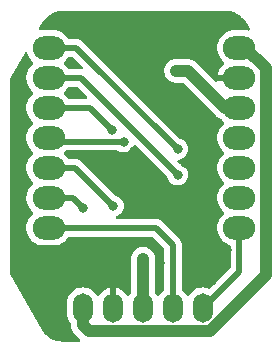
<source format=gbr>
%TF.GenerationSoftware,KiCad,Pcbnew,7.0.9*%
%TF.CreationDate,2024-03-01T11:20:35+09:00*%
%TF.ProjectId,LineIntegratedBoard2,4c696e65-496e-4746-9567-726174656442,rev?*%
%TF.SameCoordinates,Original*%
%TF.FileFunction,Copper,L1,Top*%
%TF.FilePolarity,Positive*%
%FSLAX46Y46*%
G04 Gerber Fmt 4.6, Leading zero omitted, Abs format (unit mm)*
G04 Created by KiCad (PCBNEW 7.0.9) date 2024-03-01 11:20:35*
%MOMM*%
%LPD*%
G01*
G04 APERTURE LIST*
%TA.AperFunction,SMDPad,CuDef*%
%ADD10O,1.700000X2.500000*%
%TD*%
%TA.AperFunction,SMDPad,CuDef*%
%ADD11O,2.748280X1.998980*%
%TD*%
%TA.AperFunction,ViaPad*%
%ADD12C,0.800000*%
%TD*%
%TA.AperFunction,Conductor*%
%ADD13C,1.000000*%
%TD*%
%TA.AperFunction,Conductor*%
%ADD14C,0.500000*%
%TD*%
G04 APERTURE END LIST*
D10*
%TO.P,J4,1,Pin_1*%
%TO.N,+5V*%
X147300000Y-112776000D03*
%TO.P,J4,2,Pin_2*%
%TO.N,GND*%
X149840000Y-112776000D03*
%TO.P,J4,3,Pin_3*%
%TO.N,LED*%
X152380000Y-112776000D03*
%TO.P,J4,4,Pin_4*%
%TO.N,LINE_TX*%
X154920000Y-112776000D03*
%TO.P,J4,5,Pin_5*%
%TO.N,LINE_RX*%
X157460000Y-112776000D03*
%TD*%
D11*
%TO.P,U1,1,PA02_A0_D0*%
%TO.N,D1*%
X144391317Y-90729367D03*
%TO.P,U1,2,PA4_A1_D1*%
%TO.N,D2*%
X144391317Y-93269367D03*
%TO.P,U1,3,PA10_A2_D2*%
%TO.N,D3*%
X144391317Y-95809367D03*
%TO.P,U1,4,PA11_A3_D3*%
%TO.N,D4*%
X144391317Y-98349367D03*
%TO.P,U1,5,PA8_A4_D4_SDA*%
%TO.N,D5*%
X144391317Y-100889367D03*
%TO.P,U1,6,PA9_A5_D5_SCL*%
%TO.N,D6*%
X144391317Y-103429367D03*
%TO.P,U1,7,PB08_A6_D6_TX*%
%TO.N,LINE_TX*%
X144391317Y-105969367D03*
%TO.P,U1,8,PB09_A7_D7_RX*%
%TO.N,LINE_RX*%
X160555877Y-105969367D03*
%TO.P,U1,9,PA7_A8_D8_SCK*%
%TO.N,unconnected-(U1-PA7_A8_D8_SCK-Pad9)*%
X160555877Y-103429367D03*
%TO.P,U1,10,PA5_A9_D9_MISO*%
%TO.N,unconnected-(U1-PA5_A9_D9_MISO-Pad10)*%
X160555877Y-100889367D03*
%TO.P,U1,11,PA6_A10_D10_MOSI*%
%TO.N,unconnected-(U1-PA6_A10_D10_MOSI-Pad11)*%
X160555877Y-98349367D03*
%TO.P,U1,12,3V3*%
%TO.N,+3V3*%
X160555877Y-95809367D03*
%TO.P,U1,13,GND*%
%TO.N,GND*%
X160555877Y-93269367D03*
%TO.P,U1,14,5V*%
%TO.N,+5V*%
X160555877Y-90729367D03*
%TD*%
D12*
%TO.N,GND*%
X151638000Y-99441000D03*
X150749000Y-109093000D03*
X147574000Y-108712000D03*
X146177000Y-94488000D03*
X146177000Y-91948000D03*
X154305000Y-96647000D03*
X155956000Y-100457000D03*
X152400000Y-89535000D03*
X145161000Y-88646000D03*
X159766000Y-88646000D03*
X158242000Y-92456000D03*
X151765000Y-91948000D03*
X152781000Y-94615000D03*
X147828000Y-100203000D03*
X150495000Y-102870000D03*
X156210000Y-108077000D03*
X153797000Y-108966000D03*
X157988000Y-103759000D03*
X154432000Y-104775000D03*
X154432000Y-102616000D03*
X141986000Y-92964000D03*
X141986000Y-104902000D03*
X145161000Y-114681000D03*
X145669000Y-111125000D03*
X159512000Y-107823000D03*
X158242000Y-110490000D03*
%TO.N,+3V3*%
X156210000Y-92710000D03*
X155194000Y-92710000D03*
%TO.N,LED*%
X152400000Y-109601000D03*
X152400000Y-108585000D03*
%TO.N,D6*%
X147320000Y-104267000D03*
%TO.N,D5*%
X149860000Y-104140000D03*
%TO.N,D4*%
X150749000Y-98679000D03*
%TO.N,D3*%
X149733000Y-97663000D03*
%TO.N,D2*%
X155321000Y-101473000D03*
%TO.N,D1*%
X155321000Y-99314000D03*
%TD*%
D13*
%TO.N,+3V3*%
X155194000Y-92710000D02*
X156210000Y-92710000D01*
X156210000Y-92710000D02*
X159309367Y-95809367D01*
X159309367Y-95809367D02*
X160555877Y-95809367D01*
D14*
%TO.N,LINE_RX*%
X160555877Y-105969367D02*
X160555877Y-109700123D01*
X160555877Y-109700123D02*
X157480000Y-112776000D01*
X157480000Y-112776000D02*
X157460000Y-112776000D01*
D13*
%TO.N,+5V*%
X147300000Y-114226000D02*
X147800000Y-114726000D01*
X147800000Y-114726000D02*
X158102031Y-114726000D01*
X147300000Y-112776000D02*
X147300000Y-114226000D01*
X158102031Y-114726000D02*
X162814000Y-110014031D01*
X162814000Y-110014031D02*
X162814000Y-92489972D01*
X162814000Y-92489972D02*
X161053395Y-90729367D01*
X161053395Y-90729367D02*
X160555877Y-90729367D01*
%TO.N,LED*%
X152400000Y-110617000D02*
X152400000Y-112756000D01*
X152400000Y-109601000D02*
X152400000Y-110617000D01*
X152400000Y-108585000D02*
X152400000Y-109601000D01*
X152400000Y-112756000D02*
X152380000Y-112776000D01*
D14*
%TO.N,D6*%
X146482367Y-103429367D02*
X147320000Y-104267000D01*
X144391317Y-103429367D02*
X146482367Y-103429367D01*
%TO.N,D5*%
X146609367Y-100889367D02*
X149860000Y-104140000D01*
X144391317Y-100889367D02*
X146609367Y-100889367D01*
%TO.N,D4*%
X144720950Y-98679000D02*
X150749000Y-98679000D01*
X144391317Y-98349367D02*
X144720950Y-98679000D01*
%TO.N,D3*%
X147879367Y-95809367D02*
X149733000Y-97663000D01*
X144391317Y-95809367D02*
X147879367Y-95809367D01*
%TO.N,D2*%
X147117367Y-93269367D02*
X155321000Y-101473000D01*
X144391317Y-93269367D02*
X147117367Y-93269367D01*
%TO.N,D1*%
X146736367Y-90729367D02*
X155321000Y-99314000D01*
X144391317Y-90729367D02*
X146736367Y-90729367D01*
%TO.N,LINE_TX*%
X144391317Y-105969367D02*
X153467367Y-105969367D01*
X153467367Y-105969367D02*
X154920000Y-107422000D01*
X154920000Y-107422000D02*
X154920000Y-112776000D01*
%TD*%
%TA.AperFunction,Conductor*%
%TO.N,GND*%
G36*
X142547141Y-91129551D02*
G01*
X142587669Y-91186466D01*
X142587770Y-91186759D01*
X142638306Y-91333967D01*
X142638308Y-91333972D01*
X142756621Y-91552595D01*
X142756625Y-91552600D01*
X142909300Y-91748757D01*
X142909309Y-91748767D01*
X143082430Y-91908138D01*
X143118421Y-91968025D01*
X143116320Y-92037863D01*
X143082430Y-92090596D01*
X142909309Y-92249966D01*
X142909300Y-92249976D01*
X142756625Y-92446133D01*
X142756621Y-92446138D01*
X142638308Y-92664761D01*
X142638306Y-92664766D01*
X142557593Y-92899875D01*
X142547214Y-92962075D01*
X142516677Y-93145074D01*
X142516677Y-93393660D01*
X142529925Y-93473050D01*
X142557593Y-93638858D01*
X142638306Y-93873967D01*
X142638308Y-93873972D01*
X142756621Y-94092595D01*
X142756625Y-94092600D01*
X142909300Y-94288757D01*
X142909309Y-94288767D01*
X143082430Y-94448138D01*
X143118421Y-94508025D01*
X143116320Y-94577863D01*
X143082430Y-94630596D01*
X142909309Y-94789966D01*
X142909300Y-94789976D01*
X142756625Y-94986133D01*
X142756621Y-94986138D01*
X142638308Y-95204761D01*
X142638306Y-95204766D01*
X142557593Y-95439875D01*
X142516677Y-95685075D01*
X142516677Y-95933658D01*
X142557593Y-96178858D01*
X142638306Y-96413967D01*
X142638308Y-96413972D01*
X142756621Y-96632595D01*
X142756625Y-96632600D01*
X142909300Y-96828757D01*
X142909304Y-96828761D01*
X142909304Y-96828762D01*
X142909309Y-96828767D01*
X143082430Y-96988138D01*
X143118421Y-97048025D01*
X143116320Y-97117863D01*
X143082430Y-97170596D01*
X142909309Y-97329966D01*
X142909300Y-97329976D01*
X142756625Y-97526133D01*
X142756621Y-97526138D01*
X142638308Y-97744761D01*
X142638306Y-97744766D01*
X142557593Y-97979875D01*
X142516677Y-98225075D01*
X142516677Y-98473658D01*
X142557593Y-98718858D01*
X142638306Y-98953967D01*
X142638308Y-98953972D01*
X142756621Y-99172595D01*
X142756625Y-99172600D01*
X142909300Y-99368757D01*
X142909309Y-99368767D01*
X143082430Y-99528138D01*
X143118421Y-99588025D01*
X143116320Y-99657863D01*
X143082430Y-99710596D01*
X142909309Y-99869966D01*
X142909300Y-99869976D01*
X142756625Y-100066133D01*
X142756621Y-100066138D01*
X142638308Y-100284761D01*
X142638306Y-100284766D01*
X142557593Y-100519875D01*
X142516677Y-100765075D01*
X142516677Y-101013658D01*
X142557593Y-101258858D01*
X142638306Y-101493967D01*
X142638308Y-101493972D01*
X142756621Y-101712595D01*
X142756625Y-101712600D01*
X142909300Y-101908757D01*
X142909309Y-101908767D01*
X143082430Y-102068138D01*
X143118421Y-102128025D01*
X143116320Y-102197863D01*
X143082430Y-102250596D01*
X142909309Y-102409966D01*
X142909300Y-102409976D01*
X142756625Y-102606133D01*
X142756621Y-102606138D01*
X142638308Y-102824761D01*
X142638306Y-102824766D01*
X142557593Y-103059875D01*
X142528971Y-103231402D01*
X142516677Y-103305074D01*
X142516677Y-103553660D01*
X142518872Y-103566811D01*
X142557593Y-103798858D01*
X142638306Y-104033967D01*
X142638308Y-104033972D01*
X142756621Y-104252595D01*
X142756625Y-104252600D01*
X142909300Y-104448757D01*
X142909309Y-104448767D01*
X143082430Y-104608138D01*
X143118421Y-104668025D01*
X143116320Y-104737863D01*
X143082430Y-104790596D01*
X142909309Y-104949966D01*
X142909300Y-104949976D01*
X142756625Y-105146133D01*
X142756621Y-105146138D01*
X142638308Y-105364761D01*
X142638306Y-105364766D01*
X142557593Y-105599875D01*
X142516677Y-105845075D01*
X142516677Y-106093658D01*
X142557593Y-106338858D01*
X142638306Y-106573967D01*
X142638308Y-106573972D01*
X142756621Y-106792595D01*
X142756625Y-106792600D01*
X142909300Y-106988757D01*
X142909309Y-106988767D01*
X143092195Y-107157126D01*
X143092194Y-107157126D01*
X143263742Y-107269203D01*
X143300304Y-107293090D01*
X143527952Y-107392946D01*
X143768931Y-107453970D01*
X143954624Y-107469357D01*
X143954626Y-107469357D01*
X144828008Y-107469357D01*
X144828010Y-107469357D01*
X145013703Y-107453970D01*
X145254682Y-107392946D01*
X145482330Y-107293090D01*
X145690438Y-107157127D01*
X145873328Y-106988764D01*
X146026012Y-106792596D01*
X146026015Y-106792589D01*
X146026018Y-106792586D01*
X146030204Y-106784851D01*
X146079422Y-106735259D01*
X146139259Y-106719867D01*
X153105137Y-106719867D01*
X153172176Y-106739552D01*
X153192818Y-106756186D01*
X154133181Y-107696548D01*
X154166666Y-107757871D01*
X154169500Y-107784229D01*
X154169500Y-111188298D01*
X154149815Y-111255337D01*
X154116625Y-111289872D01*
X154048595Y-111337507D01*
X153881505Y-111504597D01*
X153751575Y-111690158D01*
X153696998Y-111733783D01*
X153627500Y-111740977D01*
X153565145Y-111709454D01*
X153548425Y-111690158D01*
X153422925Y-111510925D01*
X153400598Y-111444719D01*
X153400500Y-111439802D01*
X153400500Y-108534256D01*
X153385074Y-108382560D01*
X153324162Y-108188420D01*
X153324160Y-108188416D01*
X153324159Y-108188412D01*
X153225409Y-108010498D01*
X153225408Y-108010497D01*
X153225407Y-108010495D01*
X153092867Y-107856106D01*
X153092865Y-107856104D01*
X152931962Y-107731554D01*
X152931959Y-107731553D01*
X152931958Y-107731552D01*
X152749271Y-107641940D01*
X152552285Y-107590937D01*
X152552287Y-107590937D01*
X152416804Y-107584066D01*
X152349064Y-107580631D01*
X152349063Y-107580631D01*
X152349061Y-107580631D01*
X152147936Y-107611442D01*
X152147924Y-107611445D01*
X151957118Y-107682111D01*
X151957111Y-107682115D01*
X151784432Y-107789745D01*
X151784427Y-107789749D01*
X151636949Y-107929938D01*
X151636948Y-107929940D01*
X151520705Y-108096949D01*
X151440459Y-108283943D01*
X151399500Y-108483258D01*
X151399500Y-111395241D01*
X151379815Y-111462280D01*
X151363181Y-111482922D01*
X151341508Y-111504594D01*
X151211269Y-111690595D01*
X151156692Y-111734219D01*
X151087193Y-111741412D01*
X151024839Y-111709890D01*
X151008119Y-111690594D01*
X150878113Y-111504926D01*
X150878108Y-111504920D01*
X150711082Y-111337894D01*
X150517578Y-111202399D01*
X150303492Y-111102570D01*
X150303486Y-111102567D01*
X150090000Y-111045364D01*
X150090000Y-112902000D01*
X150070315Y-112969039D01*
X150017511Y-113014794D01*
X149966000Y-113026000D01*
X149714000Y-113026000D01*
X149646961Y-113006315D01*
X149601206Y-112953511D01*
X149590000Y-112902000D01*
X149590000Y-111045364D01*
X149589999Y-111045364D01*
X149376513Y-111102567D01*
X149376507Y-111102570D01*
X149162422Y-111202399D01*
X149162420Y-111202400D01*
X148968926Y-111337886D01*
X148968920Y-111337891D01*
X148801891Y-111504920D01*
X148801890Y-111504922D01*
X148671880Y-111690595D01*
X148617303Y-111734219D01*
X148547804Y-111741412D01*
X148485450Y-111709890D01*
X148468730Y-111690594D01*
X148338494Y-111504597D01*
X148171402Y-111337506D01*
X148171395Y-111337501D01*
X147977834Y-111201967D01*
X147977830Y-111201965D01*
X147878829Y-111155800D01*
X147763663Y-111102097D01*
X147763659Y-111102096D01*
X147763655Y-111102094D01*
X147535413Y-111040938D01*
X147535403Y-111040936D01*
X147300001Y-111020341D01*
X147299999Y-111020341D01*
X147064596Y-111040936D01*
X147064586Y-111040938D01*
X146836344Y-111102094D01*
X146836335Y-111102098D01*
X146622171Y-111201964D01*
X146622169Y-111201965D01*
X146428597Y-111337505D01*
X146261505Y-111504597D01*
X146125965Y-111698169D01*
X146125964Y-111698171D01*
X146026098Y-111912335D01*
X146026094Y-111912344D01*
X145964938Y-112140586D01*
X145964936Y-112140596D01*
X145949500Y-112317034D01*
X145949500Y-113234966D01*
X145964936Y-113411403D01*
X145964938Y-113411413D01*
X146026094Y-113639655D01*
X146026096Y-113639659D01*
X146026097Y-113639663D01*
X146030000Y-113648032D01*
X146125964Y-113853828D01*
X146125965Y-113853830D01*
X146261504Y-114047400D01*
X146263173Y-114049069D01*
X146263675Y-114049989D01*
X146264986Y-114051551D01*
X146264672Y-114051814D01*
X146296664Y-114110389D01*
X146299500Y-114136758D01*
X146299500Y-114213283D01*
X146297243Y-114302362D01*
X146297243Y-114302370D01*
X146308064Y-114362739D01*
X146308718Y-114367404D01*
X146314925Y-114428430D01*
X146314927Y-114428444D01*
X146325208Y-114461213D01*
X146327079Y-114468837D01*
X146333142Y-114502652D01*
X146333142Y-114502655D01*
X146355894Y-114559612D01*
X146357474Y-114564051D01*
X146375841Y-114622588D01*
X146375844Y-114622595D01*
X146392509Y-114652619D01*
X146395879Y-114659714D01*
X146408622Y-114691614D01*
X146408627Y-114691624D01*
X146442377Y-114742833D01*
X146444818Y-114746863D01*
X146474588Y-114800498D01*
X146474589Y-114800499D01*
X146474591Y-114800502D01*
X146496968Y-114826567D01*
X146501693Y-114832835D01*
X146511613Y-114847886D01*
X146520598Y-114861519D01*
X146563978Y-114904899D01*
X146567169Y-114908343D01*
X146607131Y-114954892D01*
X146607134Y-114954895D01*
X146634294Y-114975918D01*
X146640190Y-114981111D01*
X147062897Y-115403819D01*
X147096382Y-115465142D01*
X147091398Y-115534834D01*
X147049526Y-115590767D01*
X146984062Y-115615184D01*
X146975216Y-115615500D01*
X145568283Y-115615500D01*
X145564228Y-115615367D01*
X145556739Y-115614876D01*
X145512899Y-115612001D01*
X145363568Y-115600811D01*
X145293342Y-115595548D01*
X145285877Y-115594529D01*
X145177600Y-115572990D01*
X145017914Y-115536541D01*
X145011777Y-115534804D01*
X144898240Y-115496262D01*
X144895518Y-115495267D01*
X144753117Y-115439378D01*
X144748344Y-115437269D01*
X144637868Y-115382786D01*
X144634290Y-115380874D01*
X144503852Y-115305565D01*
X144500405Y-115303422D01*
X144397875Y-115234911D01*
X144393663Y-115231832D01*
X144274360Y-115136690D01*
X144272137Y-115134831D01*
X144223617Y-115092280D01*
X144181629Y-115055456D01*
X144177079Y-115051033D01*
X144066382Y-114931729D01*
X144044312Y-114906563D01*
X143992841Y-114847870D01*
X143988247Y-114841941D01*
X143866629Y-114663559D01*
X143849427Y-114637815D01*
X143835463Y-114616914D01*
X143833320Y-114613469D01*
X141113613Y-109902797D01*
X141097000Y-109840797D01*
X141097000Y-93391201D01*
X141113613Y-93329201D01*
X141175572Y-93221886D01*
X142363102Y-91165021D01*
X142413669Y-91116806D01*
X142482276Y-91103583D01*
X142547141Y-91129551D01*
G37*
%TD.AperFunction*%
%TA.AperFunction,Conductor*%
G36*
X159424682Y-87616633D02*
G01*
X159450904Y-87618350D01*
X159475838Y-87619984D01*
X159695683Y-87636458D01*
X159703109Y-87637471D01*
X159810804Y-87658890D01*
X159971230Y-87695508D01*
X159977331Y-87697234D01*
X160090184Y-87735540D01*
X160092810Y-87736501D01*
X160236187Y-87792772D01*
X160240922Y-87794864D01*
X160350541Y-87848920D01*
X160354099Y-87850821D01*
X160485652Y-87926773D01*
X160489097Y-87928916D01*
X160519248Y-87949061D01*
X160590603Y-87996738D01*
X160594798Y-87999804D01*
X160715473Y-88096039D01*
X160717678Y-88097884D01*
X160806893Y-88176122D01*
X160811467Y-88180569D01*
X160923486Y-88301297D01*
X160924073Y-88301929D01*
X160995751Y-88383660D01*
X161000369Y-88389620D01*
X161126627Y-88574807D01*
X161152902Y-88614130D01*
X161155029Y-88617550D01*
X161384950Y-89015786D01*
X161428370Y-89090991D01*
X161444843Y-89158891D01*
X161421990Y-89224918D01*
X161367069Y-89268109D01*
X161297516Y-89274750D01*
X161290543Y-89273197D01*
X161178259Y-89244763D01*
X161029454Y-89232433D01*
X160992570Y-89229377D01*
X160119184Y-89229377D01*
X160085631Y-89232157D01*
X159933494Y-89244763D01*
X159692511Y-89305788D01*
X159464864Y-89405643D01*
X159256754Y-89541607D01*
X159073869Y-89709966D01*
X159073860Y-89709976D01*
X158921185Y-89906133D01*
X158921181Y-89906138D01*
X158802868Y-90124761D01*
X158802866Y-90124766D01*
X158722153Y-90359875D01*
X158681237Y-90605075D01*
X158681237Y-90853658D01*
X158722153Y-91098858D01*
X158802866Y-91333967D01*
X158802868Y-91333972D01*
X158921181Y-91552595D01*
X158921185Y-91552600D01*
X159073860Y-91748757D01*
X159073869Y-91748767D01*
X159247360Y-91908478D01*
X159283351Y-91968365D01*
X159281250Y-92038203D01*
X159247360Y-92090937D01*
X159074232Y-92250312D01*
X159074229Y-92250316D01*
X158921607Y-92446404D01*
X158921603Y-92446410D01*
X158803328Y-92664962D01*
X158803325Y-92664971D01*
X158722639Y-92899999D01*
X158702721Y-93019367D01*
X160681877Y-93019367D01*
X160748916Y-93039052D01*
X160794671Y-93091856D01*
X160805877Y-93143367D01*
X160805877Y-93395367D01*
X160786192Y-93462406D01*
X160733388Y-93508161D01*
X160681877Y-93519367D01*
X158702721Y-93519367D01*
X158666681Y-93561918D01*
X158608332Y-93600352D01*
X158538467Y-93601139D01*
X158484378Y-93569457D01*
X156926452Y-92011532D01*
X156865061Y-91946949D01*
X156865060Y-91946948D01*
X156865059Y-91946947D01*
X156837204Y-91927559D01*
X156814709Y-91911902D01*
X156810946Y-91909064D01*
X156763413Y-91870305D01*
X156763406Y-91870300D01*
X156732959Y-91854397D01*
X156726251Y-91850334D01*
X156698049Y-91830705D01*
X156698046Y-91830703D01*
X156698045Y-91830703D01*
X156698041Y-91830701D01*
X156641680Y-91806514D01*
X156637424Y-91804493D01*
X156583057Y-91776094D01*
X156583050Y-91776091D01*
X156583049Y-91776091D01*
X156577008Y-91774362D01*
X156550030Y-91766642D01*
X156542630Y-91764008D01*
X156511057Y-91750459D01*
X156511058Y-91750459D01*
X156450966Y-91738109D01*
X156446391Y-91736986D01*
X156387420Y-91720113D01*
X156387425Y-91720113D01*
X156353158Y-91717503D01*
X156345380Y-91716412D01*
X156311742Y-91709500D01*
X156311741Y-91709500D01*
X156250402Y-91709500D01*
X156245695Y-91709321D01*
X156240121Y-91708896D01*
X156184524Y-91704662D01*
X156164589Y-91707201D01*
X156150440Y-91709003D01*
X156142611Y-91709500D01*
X155143257Y-91709500D01*
X154991560Y-91724925D01*
X154797420Y-91785837D01*
X154797405Y-91785844D01*
X154619500Y-91884589D01*
X154619495Y-91884592D01*
X154465106Y-92017132D01*
X154465104Y-92017134D01*
X154340554Y-92178037D01*
X154340553Y-92178040D01*
X154250940Y-92360728D01*
X154199937Y-92557714D01*
X154189631Y-92760936D01*
X154220442Y-92962063D01*
X154220445Y-92962075D01*
X154291111Y-93152881D01*
X154291115Y-93152888D01*
X154398745Y-93325567D01*
X154398747Y-93325569D01*
X154398748Y-93325571D01*
X154538941Y-93473053D01*
X154666617Y-93561918D01*
X154705949Y-93589294D01*
X154705950Y-93589294D01*
X154705951Y-93589295D01*
X154892942Y-93669540D01*
X155092259Y-93710500D01*
X155744217Y-93710500D01*
X155811256Y-93730185D01*
X155831898Y-93746819D01*
X158592914Y-96507834D01*
X158654308Y-96572420D01*
X158654311Y-96572422D01*
X158654314Y-96572425D01*
X158688420Y-96596162D01*
X158704670Y-96607473D01*
X158708411Y-96610293D01*
X158755960Y-96649065D01*
X158786412Y-96664971D01*
X158793125Y-96669039D01*
X158821318Y-96688662D01*
X158877696Y-96712856D01*
X158881945Y-96714874D01*
X158936318Y-96743276D01*
X158956957Y-96749181D01*
X158969340Y-96752725D01*
X158976741Y-96755360D01*
X158987391Y-96759930D01*
X159007447Y-96768537D01*
X159056400Y-96806324D01*
X159073864Y-96828762D01*
X159073869Y-96828767D01*
X159246990Y-96988138D01*
X159282981Y-97048025D01*
X159280880Y-97117863D01*
X159246990Y-97170596D01*
X159073869Y-97329966D01*
X159073860Y-97329976D01*
X158921185Y-97526133D01*
X158921181Y-97526138D01*
X158802868Y-97744761D01*
X158802866Y-97744766D01*
X158722153Y-97979875D01*
X158681237Y-98225075D01*
X158681237Y-98473658D01*
X158722153Y-98718858D01*
X158802866Y-98953967D01*
X158802868Y-98953972D01*
X158921181Y-99172595D01*
X158921185Y-99172600D01*
X159073860Y-99368757D01*
X159073869Y-99368767D01*
X159246990Y-99528138D01*
X159282981Y-99588025D01*
X159280880Y-99657863D01*
X159246990Y-99710596D01*
X159073869Y-99869966D01*
X159073860Y-99869976D01*
X158921185Y-100066133D01*
X158921181Y-100066138D01*
X158802868Y-100284761D01*
X158802866Y-100284766D01*
X158722153Y-100519875D01*
X158681237Y-100765075D01*
X158681237Y-101013658D01*
X158722153Y-101258858D01*
X158802866Y-101493967D01*
X158802868Y-101493972D01*
X158921181Y-101712595D01*
X158921185Y-101712600D01*
X159073860Y-101908757D01*
X159073869Y-101908767D01*
X159246990Y-102068138D01*
X159282981Y-102128025D01*
X159280880Y-102197863D01*
X159246990Y-102250596D01*
X159073869Y-102409966D01*
X159073860Y-102409976D01*
X158921185Y-102606133D01*
X158921181Y-102606138D01*
X158802868Y-102824761D01*
X158802866Y-102824766D01*
X158722153Y-103059875D01*
X158693531Y-103231402D01*
X158681237Y-103305074D01*
X158681237Y-103553660D01*
X158683432Y-103566811D01*
X158722153Y-103798858D01*
X158802866Y-104033967D01*
X158802868Y-104033972D01*
X158921181Y-104252595D01*
X158921185Y-104252600D01*
X159073860Y-104448757D01*
X159073869Y-104448767D01*
X159246990Y-104608138D01*
X159282981Y-104668025D01*
X159280880Y-104737863D01*
X159246990Y-104790596D01*
X159073869Y-104949966D01*
X159073860Y-104949976D01*
X158921185Y-105146133D01*
X158921181Y-105146138D01*
X158802868Y-105364761D01*
X158802866Y-105364766D01*
X158722153Y-105599875D01*
X158681237Y-105845075D01*
X158681237Y-106093658D01*
X158722153Y-106338858D01*
X158802866Y-106573967D01*
X158802868Y-106573972D01*
X158921181Y-106792595D01*
X158921185Y-106792600D01*
X159073860Y-106988757D01*
X159073869Y-106988767D01*
X159256755Y-107157126D01*
X159256754Y-107157126D01*
X159464864Y-107293090D01*
X159692509Y-107392945D01*
X159692510Y-107392945D01*
X159692512Y-107392946D01*
X159711816Y-107397834D01*
X159771970Y-107433371D01*
X159803365Y-107495791D01*
X159805377Y-107518040D01*
X159805377Y-109337892D01*
X159785692Y-109404931D01*
X159769058Y-109425573D01*
X158100225Y-111094405D01*
X158038902Y-111127890D01*
X157969210Y-111122906D01*
X157960146Y-111119109D01*
X157923663Y-111102097D01*
X157923661Y-111102096D01*
X157923658Y-111102095D01*
X157695413Y-111040938D01*
X157695403Y-111040936D01*
X157460001Y-111020341D01*
X157459999Y-111020341D01*
X157224596Y-111040936D01*
X157224586Y-111040938D01*
X156996344Y-111102094D01*
X156996335Y-111102098D01*
X156782171Y-111201964D01*
X156782169Y-111201965D01*
X156588597Y-111337505D01*
X156421505Y-111504597D01*
X156291575Y-111690158D01*
X156236998Y-111733783D01*
X156167500Y-111740977D01*
X156105145Y-111709454D01*
X156088425Y-111690158D01*
X155958494Y-111504597D01*
X155791404Y-111337507D01*
X155723375Y-111289872D01*
X155679751Y-111235294D01*
X155670500Y-111188298D01*
X155670500Y-107485705D01*
X155671809Y-107467735D01*
X155675289Y-107443974D01*
X155670736Y-107391939D01*
X155670500Y-107386532D01*
X155670500Y-107378296D01*
X155670500Y-107378291D01*
X155666691Y-107345705D01*
X155659998Y-107269203D01*
X155659995Y-107269194D01*
X155658538Y-107262135D01*
X155658598Y-107262122D01*
X155656965Y-107254757D01*
X155656906Y-107254772D01*
X155655241Y-107247749D01*
X155655241Y-107247745D01*
X155628971Y-107175568D01*
X155604816Y-107102670D01*
X155601761Y-107096118D01*
X155601815Y-107096092D01*
X155598533Y-107089312D01*
X155598480Y-107089340D01*
X155595238Y-107082886D01*
X155595237Y-107082883D01*
X155553038Y-107018723D01*
X155512712Y-106953344D01*
X155512711Y-106953343D01*
X155512710Y-106953341D01*
X155508234Y-106947681D01*
X155508280Y-106947643D01*
X155503519Y-106941799D01*
X155503474Y-106941838D01*
X155498834Y-106936308D01*
X155442982Y-106883613D01*
X154043096Y-105483728D01*
X154031316Y-105470097D01*
X154023849Y-105460068D01*
X154016979Y-105450839D01*
X154016977Y-105450837D01*
X153976954Y-105417253D01*
X153972979Y-105413611D01*
X153970057Y-105410689D01*
X153967147Y-105407778D01*
X153941407Y-105387426D01*
X153882576Y-105338061D01*
X153876547Y-105334096D01*
X153876579Y-105334047D01*
X153870220Y-105329995D01*
X153870189Y-105330046D01*
X153864047Y-105326258D01*
X153864045Y-105326257D01*
X153864044Y-105326256D01*
X153824841Y-105307975D01*
X153794425Y-105293791D01*
X153760261Y-105276634D01*
X153725800Y-105259327D01*
X153725798Y-105259326D01*
X153725797Y-105259326D01*
X153719012Y-105256856D01*
X153719032Y-105256800D01*
X153711916Y-105254326D01*
X153711898Y-105254382D01*
X153705038Y-105252109D01*
X153677208Y-105246363D01*
X153629801Y-105236574D01*
X153580839Y-105224970D01*
X153555086Y-105218866D01*
X153547914Y-105218028D01*
X153547920Y-105217968D01*
X153540422Y-105217202D01*
X153540417Y-105217262D01*
X153533227Y-105216632D01*
X153456450Y-105218867D01*
X150234163Y-105218867D01*
X150167124Y-105199182D01*
X150121369Y-105146378D01*
X150111425Y-105077220D01*
X150140450Y-105013664D01*
X150183727Y-104981588D01*
X150254749Y-104949966D01*
X150312730Y-104924151D01*
X150465871Y-104812888D01*
X150592533Y-104672216D01*
X150687179Y-104508284D01*
X150745674Y-104328256D01*
X150765460Y-104140000D01*
X150745674Y-103951744D01*
X150687179Y-103771716D01*
X150592533Y-103607784D01*
X150465871Y-103467112D01*
X150465870Y-103467111D01*
X150312734Y-103355851D01*
X150312729Y-103355848D01*
X150139807Y-103278857D01*
X150139803Y-103278856D01*
X150074669Y-103265011D01*
X150013188Y-103231818D01*
X150012770Y-103231402D01*
X147185096Y-100403728D01*
X147173316Y-100390097D01*
X147165849Y-100380068D01*
X147158979Y-100370839D01*
X147158977Y-100370837D01*
X147118954Y-100337253D01*
X147114979Y-100333611D01*
X147112057Y-100330689D01*
X147109147Y-100327778D01*
X147083407Y-100307426D01*
X147024576Y-100258061D01*
X147018547Y-100254096D01*
X147018579Y-100254047D01*
X147012220Y-100249995D01*
X147012189Y-100250046D01*
X147006047Y-100246258D01*
X147006045Y-100246257D01*
X147006044Y-100246256D01*
X146966841Y-100227975D01*
X146936425Y-100213791D01*
X146902261Y-100196634D01*
X146867800Y-100179327D01*
X146867798Y-100179326D01*
X146867797Y-100179326D01*
X146861012Y-100176856D01*
X146861032Y-100176800D01*
X146853916Y-100174326D01*
X146853898Y-100174382D01*
X146847038Y-100172109D01*
X146819208Y-100166363D01*
X146771801Y-100156574D01*
X146722839Y-100144970D01*
X146697086Y-100138866D01*
X146689914Y-100138028D01*
X146689920Y-100137968D01*
X146682422Y-100137202D01*
X146682417Y-100137262D01*
X146675227Y-100136632D01*
X146598450Y-100138867D01*
X146139259Y-100138867D01*
X146072220Y-100119182D01*
X146030204Y-100073883D01*
X146026018Y-100066147D01*
X146026008Y-100066133D01*
X145873333Y-99869976D01*
X145873324Y-99869966D01*
X145700203Y-99710595D01*
X145664212Y-99650708D01*
X145666313Y-99580870D01*
X145700200Y-99528139D01*
X145771754Y-99462269D01*
X145834408Y-99431348D01*
X145855736Y-99429500D01*
X150209663Y-99429500D01*
X150276702Y-99449185D01*
X150282548Y-99453182D01*
X150296265Y-99463148D01*
X150296270Y-99463151D01*
X150469192Y-99540142D01*
X150469197Y-99540144D01*
X150654354Y-99579500D01*
X150654355Y-99579500D01*
X150843644Y-99579500D01*
X150843646Y-99579500D01*
X151028803Y-99540144D01*
X151201730Y-99463151D01*
X151354871Y-99351888D01*
X151481533Y-99211216D01*
X151576179Y-99047284D01*
X151576853Y-99045208D01*
X151577568Y-99044161D01*
X151578825Y-99041341D01*
X151579340Y-99041570D01*
X151616285Y-98987530D01*
X151680641Y-98960326D01*
X151749489Y-98972235D01*
X151782468Y-98995836D01*
X154408228Y-101621596D01*
X154438478Y-101670958D01*
X154493819Y-101841280D01*
X154493821Y-101841284D01*
X154588467Y-102005216D01*
X154677627Y-102104238D01*
X154715129Y-102145888D01*
X154868265Y-102257148D01*
X154868270Y-102257151D01*
X155041192Y-102334142D01*
X155041197Y-102334144D01*
X155226354Y-102373500D01*
X155226355Y-102373500D01*
X155415644Y-102373500D01*
X155415646Y-102373500D01*
X155600803Y-102334144D01*
X155773730Y-102257151D01*
X155926871Y-102145888D01*
X156053533Y-102005216D01*
X156148179Y-101841284D01*
X156206674Y-101661256D01*
X156226460Y-101473000D01*
X156206674Y-101284744D01*
X156148179Y-101104716D01*
X156053533Y-100940784D01*
X155926871Y-100800112D01*
X155878647Y-100765075D01*
X155773734Y-100688851D01*
X155773729Y-100688848D01*
X155600807Y-100611857D01*
X155600803Y-100611856D01*
X155535669Y-100598011D01*
X155474188Y-100564818D01*
X155473770Y-100564402D01*
X155335445Y-100426077D01*
X155301960Y-100364754D01*
X155306944Y-100295062D01*
X155348816Y-100239129D01*
X155410168Y-100215075D01*
X155415639Y-100214500D01*
X155415646Y-100214500D01*
X155600803Y-100175144D01*
X155773730Y-100098151D01*
X155926871Y-99986888D01*
X156053533Y-99846216D01*
X156148179Y-99682284D01*
X156206674Y-99502256D01*
X156226460Y-99314000D01*
X156206674Y-99125744D01*
X156148179Y-98945716D01*
X156053533Y-98781784D01*
X155926871Y-98641112D01*
X155926870Y-98641111D01*
X155773734Y-98529851D01*
X155773729Y-98529848D01*
X155600807Y-98452857D01*
X155600802Y-98452855D01*
X155535669Y-98439011D01*
X155474187Y-98405818D01*
X155473769Y-98405402D01*
X151393131Y-94324764D01*
X147312096Y-90243728D01*
X147300316Y-90230097D01*
X147292849Y-90220068D01*
X147285979Y-90210839D01*
X147285977Y-90210837D01*
X147245954Y-90177253D01*
X147241979Y-90173611D01*
X147238368Y-90170000D01*
X147236147Y-90167778D01*
X147210407Y-90147426D01*
X147151576Y-90098061D01*
X147145547Y-90094096D01*
X147145579Y-90094047D01*
X147139220Y-90089995D01*
X147139189Y-90090046D01*
X147133047Y-90086258D01*
X147133045Y-90086257D01*
X147133044Y-90086256D01*
X147093841Y-90067975D01*
X147063425Y-90053791D01*
X147029261Y-90036634D01*
X146994800Y-90019327D01*
X146994798Y-90019326D01*
X146994797Y-90019326D01*
X146988012Y-90016856D01*
X146988032Y-90016800D01*
X146980916Y-90014326D01*
X146980898Y-90014382D01*
X146974038Y-90012109D01*
X146946208Y-90006363D01*
X146898801Y-89996574D01*
X146849839Y-89984970D01*
X146824086Y-89978866D01*
X146816914Y-89978028D01*
X146816920Y-89977968D01*
X146809422Y-89977202D01*
X146809417Y-89977262D01*
X146802227Y-89976632D01*
X146725450Y-89978867D01*
X146139259Y-89978867D01*
X146072220Y-89959182D01*
X146030204Y-89913883D01*
X146026018Y-89906147D01*
X146026008Y-89906133D01*
X145873333Y-89709976D01*
X145873324Y-89709966D01*
X145690438Y-89541607D01*
X145690439Y-89541607D01*
X145482329Y-89405643D01*
X145254682Y-89305788D01*
X145013699Y-89244763D01*
X144864894Y-89232433D01*
X144828010Y-89229377D01*
X143954624Y-89229377D01*
X143926206Y-89231731D01*
X143768932Y-89244763D01*
X143705515Y-89260822D01*
X143635694Y-89258196D01*
X143578377Y-89218239D01*
X143551762Y-89153638D01*
X143564297Y-89084902D01*
X143567681Y-89078630D01*
X143833637Y-88617981D01*
X143835766Y-88614559D01*
X143836053Y-88614130D01*
X143864245Y-88571936D01*
X143988435Y-88389783D01*
X143993023Y-88383863D01*
X144065445Y-88301278D01*
X144177347Y-88180678D01*
X144181884Y-88176267D01*
X144271568Y-88097614D01*
X144273646Y-88095877D01*
X144394068Y-87999844D01*
X144398207Y-87996819D01*
X144499929Y-87928848D01*
X144503280Y-87926764D01*
X144634851Y-87850802D01*
X144638371Y-87848921D01*
X144747921Y-87794895D01*
X144752649Y-87792804D01*
X144896375Y-87736396D01*
X144898966Y-87735449D01*
X145011411Y-87697277D01*
X145017543Y-87695542D01*
X145178944Y-87658702D01*
X145285576Y-87637489D01*
X145292988Y-87636478D01*
X145480784Y-87622405D01*
X145517154Y-87619680D01*
X145548792Y-87617604D01*
X145563619Y-87616632D01*
X145567671Y-87616500D01*
X159420627Y-87616500D01*
X159424682Y-87616633D01*
G37*
%TD.AperFunction*%
%TA.AperFunction,Conductor*%
G36*
X146822176Y-94039552D02*
G01*
X146842818Y-94056186D01*
X147633818Y-94847186D01*
X147667303Y-94908509D01*
X147662319Y-94978201D01*
X147620447Y-95034134D01*
X147554983Y-95058551D01*
X147546137Y-95058867D01*
X146139259Y-95058867D01*
X146072220Y-95039182D01*
X146030204Y-94993883D01*
X146026018Y-94986147D01*
X146026008Y-94986133D01*
X145873333Y-94789976D01*
X145873330Y-94789972D01*
X145873328Y-94789970D01*
X145700202Y-94630595D01*
X145664212Y-94570709D01*
X145666313Y-94500871D01*
X145700201Y-94448138D01*
X145873328Y-94288764D01*
X146026012Y-94092596D01*
X146026015Y-94092589D01*
X146026018Y-94092586D01*
X146030204Y-94084851D01*
X146079422Y-94035259D01*
X146139259Y-94019867D01*
X146755137Y-94019867D01*
X146822176Y-94039552D01*
G37*
%TD.AperFunction*%
%TA.AperFunction,Conductor*%
G36*
X146441176Y-91499552D02*
G01*
X146461818Y-91516186D01*
X147251107Y-92305475D01*
X147284592Y-92366798D01*
X147279608Y-92436490D01*
X147237736Y-92492423D01*
X147172272Y-92516840D01*
X147167034Y-92517104D01*
X147106450Y-92518867D01*
X146139259Y-92518867D01*
X146072220Y-92499182D01*
X146030204Y-92453883D01*
X146026018Y-92446147D01*
X146026008Y-92446133D01*
X145873333Y-92249976D01*
X145873330Y-92249972D01*
X145873328Y-92249970D01*
X145700202Y-92090595D01*
X145664212Y-92030709D01*
X145666313Y-91960871D01*
X145700201Y-91908138D01*
X145873328Y-91748764D01*
X146026012Y-91552596D01*
X146026015Y-91552589D01*
X146026018Y-91552586D01*
X146030204Y-91544851D01*
X146079422Y-91495259D01*
X146139259Y-91479867D01*
X146374137Y-91479867D01*
X146441176Y-91499552D01*
G37*
%TD.AperFunction*%
%TD*%
M02*

</source>
